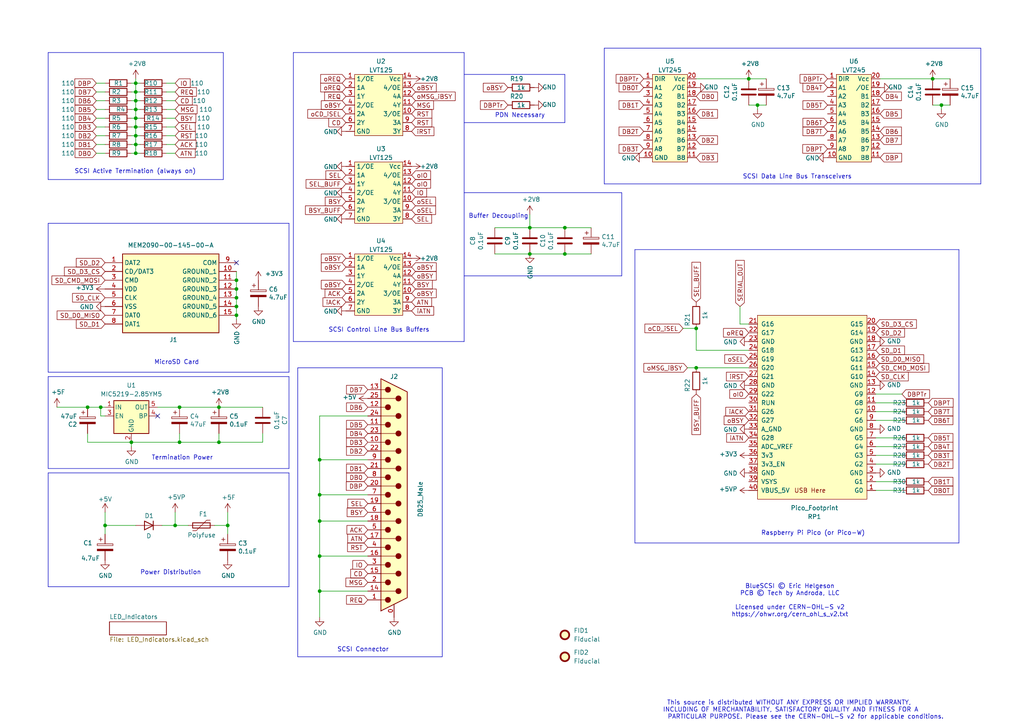
<source format=kicad_sch>
(kicad_sch (version 20250114) (generator "eeschema") (generator_version "9.0")
  (paper "A4")
  (title_block (title "Forked from BlueSCSI V2, DB25 External 2024.01a") (date "February 2026") (rev "1.1") (company "Tech by Androda, LLC") (comment 1 "Modified by fabien@acathla.tk"))
  (text "Termination Power" (at 43.942 133.604 0) (effects (font (size 1.27 1.27)) (justify left bottom)))
  (text "Raspberry Pi Pico (or Pico-W)" (at 220.726 155.448 0) (effects (font (size 1.27 1.27)) (justify left bottom)))
  (text "MicroSD Card" (at 44.704 105.918 0) (effects (font (size 1.27 1.27)) (justify left bottom)))
  (text "BlueSCSI © Eric Helgeson\nPCB © Tech by Androda, LLC\n\nLicensed under CERN-OHL-S v2\nhttps://ohwr.org/cern_ohl_s_v2.txt" (at 229.108 174.244 0) (effects (font (size 1.27 1.27))))
  (text "Power Distribution" (at 40.64 166.878 0) (effects (font (size 1.27 1.27)) (justify left bottom)))
  (text "SCSI Connector" (at 97.79 189.23 0) (effects (font (size 1.27 1.27)) (justify left bottom)))
  (text "SCSI Data Line Bus Transceivers" (at 215.392 52.07 0) (effects (font (size 1.27 1.27)) (justify left bottom)))
  (text "SCSI Control Line Bus Buffers" (at 95.25 96.52 0) (effects (font (size 1.27 1.27)) (justify left bottom)))
  (text "PDN Necessary" (at 143.51 34.29 0) (effects (font (size 1.27 1.27)) (justify left bottom)))
  (text "This source is distributed WITHOUT ANY EXPRESS OR IMPLIED WARRANTY,          \nINCLUDING OF MERCHANTABILITY, SATISFACTORY QUALITY AND FITNESS FOR A         \nPARTICULAR PURPOSE. Please see the CERN-OHL-S v2 for applicable conditions.\n\nAs per CERN-OHL-S v2 section 4, should You produce hardware based on this    \nsource, You must where practicable maintain the Source Location visible      \non the external case of the Device or other products you make using this source.  \n" (at 233.68 210.058 0) (effects (font (size 1.27 1.27))))
  (text "SCSI Active Termination (always on)" (at 21.59 50.546 0) (effects (font (size 1.27 1.27)) (justify left bottom)))
  (text "Buffer Decoupling" (at 135.89 63.5 0) (effects (font (size 1.27 1.27)) (justify left bottom)))
  (junction (at 30.48 152.4))
  (junction (at 39.37 41.91))
  (junction (at 68.58 88.9))
  (junction (at 52.07 128.27))
  (junction (at 39.37 26.67))
  (junction (at 39.37 39.37))
  (junction (at 219.71 30.48))
  (junction (at 153.67 73.66))
  (junction (at 39.37 34.29))
  (junction (at 63.5 128.27))
  (junction (at 38.1 128.27))
  (junction (at 25.4 118.11))
  (junction (at 39.37 44.45))
  (junction (at 92.71 161.29))
  (junction (at 153.67 66.04))
  (junction (at 92.71 171.45))
  (junction (at 68.58 81.28))
  (junction (at 201.93 95.25))
  (junction (at 68.58 83.82))
  (junction (at 39.37 24.13))
  (junction (at 92.71 133.35))
  (junction (at 217.17 22.86))
  (junction (at 63.5 118.11))
  (junction (at 270.51 22.86))
  (junction (at 66.04 152.4))
  (junction (at 29.21 118.11))
  (junction (at 163.83 66.04))
  (junction (at 68.58 86.36))
  (junction (at 201.93 106.68))
  (junction (at 39.37 36.83))
  (junction (at 273.05 30.48))
  (junction (at 39.37 31.75))
  (junction (at 50.8 152.4))
  (junction (at 52.07 118.11))
  (junction (at 92.71 151.13))
  (junction (at 39.37 29.21))
  (junction (at 163.83 73.66))
  (junction (at 92.71 143.51))
  (junction (at 68.58 91.44))
  (no_connect (at 68.58 76.2))
  (no_connect (at 45.72 120.65))
  (polyline (pts (xy 83.82 107.95) (xy 83.82 64.77)))
  (wire (pts (xy 199.39 106.68) (xy 201.93 106.68)))
  (wire (pts (xy 217.17 22.86) (xy 201.93 22.86)))
  (wire (pts (xy 50.8 152.4) (xy 54.61 152.4)))
  (wire (pts (xy 106.68 171.45) (xy 92.71 171.45)))
  (wire (pts (xy 45.72 118.11) (xy 52.07 118.11)))
  (wire (pts (xy 76.2 128.27) (xy 76.2 125.73)))
  (wire (pts (xy 39.37 29.21) (xy 39.37 31.75)))
  (wire (pts (xy 68.58 88.9) (xy 68.58 91.44)))
  (wire (pts (xy 163.83 66.04) (xy 171.45 66.04)))
  (wire (pts (xy 92.71 133.35) (xy 92.71 143.51)))
  (wire (pts (xy 38.1 129.54) (xy 38.1 128.27)))
  (wire (pts (xy 273.05 30.48) (xy 273.05 31.75)))
  (wire (pts (xy 38.1 41.91) (xy 39.37 41.91)))
  (wire (pts (xy 39.37 34.29) (xy 40.64 34.29)))
  (wire (pts (xy 39.37 44.45) (xy 40.64 44.45)))
  (wire (pts (xy 92.71 151.13) (xy 92.71 161.29)))
  (wire (pts (xy 48.26 36.83) (xy 50.8 36.83)))
  (wire (pts (xy 270.51 30.48) (xy 273.05 30.48)))
  (wire (pts (xy 30.48 152.4) (xy 39.37 152.4)))
  (wire (pts (xy 217.17 30.48) (xy 219.71 30.48)))
  (polyline (pts (xy 184.15 72.39) (xy 278.13 72.39)))
  (polyline (pts (xy 13.97 137.16) (xy 83.82 137.16)))
  (wire (pts (xy 25.4 118.11) (xy 29.21 118.11)))
  (wire (pts (xy 153.67 73.66) (xy 163.83 73.66)))
  (wire (pts (xy 143.51 66.04) (xy 153.67 66.04)))
  (wire (pts (xy 38.1 44.45) (xy 39.37 44.45)))
  (wire (pts (xy 92.71 143.51) (xy 92.71 151.13)))
  (wire (pts (xy 48.26 29.21) (xy 50.8 29.21)))
  (wire (pts (xy 39.37 29.21) (xy 40.64 29.21)))
  (wire (pts (xy 63.5 128.27) (xy 76.2 128.27)))
  (wire (pts (xy 254 129.54) (xy 261.62 129.54)))
  (wire (pts (xy 52.07 125.73) (xy 52.07 128.27)))
  (wire (pts (xy 254 139.7) (xy 261.62 139.7)))
  (wire (pts (xy 39.37 22.86) (xy 39.37 24.13)))
  (wire (pts (xy 254 121.92) (xy 261.62 121.92)))
  (polyline (pts (xy 175.26 13.97) (xy 175.26 53.34)))
  (wire (pts (xy 68.58 83.82) (xy 68.58 86.36)))
  (wire (pts (xy 39.37 31.75) (xy 38.1 31.75)))
  (wire (pts (xy 38.1 39.37) (xy 39.37 39.37)))
  (polyline (pts (xy 128.27 190.5) (xy 86.36 190.5)))
  (wire (pts (xy 38.1 128.27) (xy 52.07 128.27)))
  (wire (pts (xy 38.1 26.67) (xy 39.37 26.67)))
  (wire (pts (xy 39.37 31.75) (xy 39.37 34.29)))
  (wire (pts (xy 92.71 171.45) (xy 92.71 179.07)))
  (wire (pts (xy 39.37 31.75) (xy 40.64 31.75)))
  (polyline (pts (xy 13.97 109.22) (xy 83.82 109.22)))
  (polyline (pts (xy 64.77 52.07) (xy 64.77 15.24)))
  (wire (pts (xy 30.48 41.91) (xy 27.94 41.91)))
  (wire (pts (xy 27.94 34.29) (xy 30.48 34.29)))
  (wire (pts (xy 254 132.08) (xy 261.62 132.08)))
  (polyline (pts (xy 134.62 99.06) (xy 85.09 99.06)))
  (wire (pts (xy 39.37 24.13) (xy 40.64 24.13)))
  (polyline (pts (xy 175.26 13.97) (xy 284.48 13.97)))
  (wire (pts (xy 217.17 101.6) (xy 201.93 101.6)))
  (wire (pts (xy 217.17 22.86) (xy 222.25 22.86)))
  (wire (pts (xy 63.5 125.73) (xy 63.5 128.27)))
  (wire (pts (xy 39.37 39.37) (xy 39.37 41.91)))
  (wire (pts (xy 198.12 95.25) (xy 201.93 95.25)))
  (wire (pts (xy 30.48 26.67) (xy 27.94 26.67)))
  (wire (pts (xy 106.68 161.29) (xy 92.71 161.29)))
  (wire (pts (xy 38.1 36.83) (xy 39.37 36.83)))
  (polyline (pts (xy 184.15 157.48) (xy 278.13 157.48)))
  (wire (pts (xy 25.4 128.27) (xy 38.1 128.27)))
  (wire (pts (xy 63.5 118.11) (xy 76.2 118.11)))
  (wire (pts (xy 219.71 30.48) (xy 219.71 31.75)))
  (wire (pts (xy 46.99 152.4) (xy 50.8 152.4)))
  (wire (pts (xy 201.93 101.6) (xy 201.93 95.25)))
  (wire (pts (xy 66.04 152.4) (xy 66.04 154.94)))
  (wire (pts (xy 68.58 91.44) (xy 68.58 92.71)))
  (wire (pts (xy 50.8 24.13) (xy 48.26 24.13)))
  (wire (pts (xy 48.26 39.37) (xy 50.8 39.37)))
  (polyline (pts (xy 83.82 135.89) (xy 83.82 109.22)))
  (wire (pts (xy 27.94 44.45) (xy 30.48 44.45)))
  (wire (pts (xy 201.93 106.68) (xy 217.17 106.68)))
  (wire (pts (xy 30.48 148.59) (xy 30.48 152.4)))
  (wire (pts (xy 39.37 24.13) (xy 39.37 26.67)))
  (wire (pts (xy 39.37 26.67) (xy 39.37 29.21)))
  (wire (pts (xy 52.07 128.27) (xy 63.5 128.27)))
  (polyline (pts (xy 85.09 15.24) (xy 85.09 99.06)))
  (wire (pts (xy 66.04 148.59) (xy 66.04 152.4)))
  (polyline (pts (xy 134.62 15.24) (xy 134.62 99.06)))
  (wire (pts (xy 106.68 120.65) (xy 92.71 120.65)))
  (polyline (pts (xy 134.62 21.59) (xy 163.83 21.59)))
  (wire (pts (xy 39.37 26.67) (xy 40.64 26.67)))
  (polyline (pts (xy 13.97 52.07) (xy 64.77 52.07)))
  (polyline (pts (xy 86.36 106.68) (xy 128.27 106.68)))
  (polyline (pts (xy 163.83 35.56) (xy 163.83 21.59)))
  (wire (pts (xy 30.48 120.65) (xy 29.21 120.65)))
  (wire (pts (xy 106.68 151.13) (xy 92.71 151.13)))
  (wire (pts (xy 214.63 88.9) (xy 214.63 93.98)))
  (polyline (pts (xy 134.62 35.56) (xy 163.83 35.56)))
  (wire (pts (xy 38.1 24.13) (xy 39.37 24.13)))
  (polyline (pts (xy 86.36 106.68) (xy 86.36 190.5)))
  (wire (pts (xy 106.68 143.51) (xy 92.71 143.51)))
  (wire (pts (xy 52.07 118.11) (xy 63.5 118.11)))
  (polyline (pts (xy 278.13 157.48) (xy 278.13 72.39)))
  (wire (pts (xy 50.8 31.75) (xy 48.26 31.75)))
  (wire (pts (xy 27.94 36.83) (xy 30.48 36.83)))
  (wire (pts (xy 153.67 66.04) (xy 163.83 66.04)))
  (wire (pts (xy 29.21 118.11) (xy 30.48 118.11)))
  (wire (pts (xy 50.8 148.59) (xy 50.8 152.4)))
  (wire (pts (xy 106.68 133.35) (xy 92.71 133.35)))
  (wire (pts (xy 254 127) (xy 261.62 127)))
  (wire (pts (xy 38.1 29.21) (xy 39.37 29.21)))
  (wire (pts (xy 25.4 125.73) (xy 25.4 128.27)))
  (polyline (pts (xy 284.48 53.34) (xy 284.48 13.97)))
  (wire (pts (xy 219.71 30.48) (xy 222.25 30.48)))
  (polyline (pts (xy 184.15 72.39) (xy 184.15 157.48)))
  (polyline (pts (xy 13.97 15.24) (xy 13.97 52.07)))
  (polyline (pts (xy 175.26 53.34) (xy 284.48 53.34)))
  (wire (pts (xy 39.37 39.37) (xy 40.64 39.37)))
  (wire (pts (xy 153.67 62.23) (xy 153.67 66.04)))
  (wire (pts (xy 39.37 41.91) (xy 40.64 41.91)))
  (polyline (pts (xy 13.97 109.22) (xy 13.97 135.89)))
  (polyline (pts (xy 13.97 170.18) (xy 83.82 170.18)))
  (wire (pts (xy 254 134.62) (xy 261.62 134.62)))
  (polyline (pts (xy 13.97 15.24) (xy 64.77 15.24)))
  (polyline (pts (xy 13.97 135.89) (xy 83.82 135.89)))
  (wire (pts (xy 92.71 161.29) (xy 92.71 171.45)))
  (polyline (pts (xy 83.82 137.16) (xy 83.82 170.18)))
  (wire (pts (xy 92.71 120.65) (xy 92.71 133.35)))
  (wire (pts (xy 30.48 31.75) (xy 27.94 31.75)))
  (wire (pts (xy 50.8 34.29) (xy 48.26 34.29)))
  (wire (pts (xy 48.26 26.67) (xy 50.8 26.67)))
  (wire (pts (xy 254 114.3) (xy 261.62 114.3)))
  (wire (pts (xy 30.48 39.37) (xy 27.94 39.37)))
  (wire (pts (xy 39.37 36.83) (xy 39.37 39.37)))
  (wire (pts (xy 254 119.38) (xy 261.62 119.38)))
  (wire (pts (xy 254 142.24) (xy 261.62 142.24)))
  (wire (pts (xy 30.48 24.13) (xy 27.94 24.13)))
  (wire (pts (xy 163.83 73.66) (xy 171.45 73.66)))
  (wire (pts (xy 29.21 120.65) (xy 29.21 118.11)))
  (wire (pts (xy 62.23 152.4) (xy 66.04 152.4)))
  (wire (pts (xy 39.37 36.83) (xy 40.64 36.83)))
  (wire (pts (xy 39.37 41.91) (xy 39.37 44.45)))
  (wire (pts (xy 48.26 44.45) (xy 50.8 44.45)))
  (wire (pts (xy 50.8 41.91) (xy 48.26 41.91)))
  (wire (pts (xy 214.63 93.98) (xy 217.17 93.98)))
  (wire (pts (xy 254 116.84) (xy 261.62 116.84)))
  (polyline (pts (xy 85.09 15.24) (xy 134.62 15.24)))
  (wire (pts (xy 68.58 81.28) (xy 68.58 83.82)))
  (wire (pts (xy 273.05 30.48) (xy 275.59 30.48)))
  (polyline (pts (xy 13.97 64.77) (xy 83.82 64.77)))
  (wire (pts (xy 270.51 22.86) (xy 275.59 22.86)))
  (wire (pts (xy 38.1 34.29) (xy 39.37 34.29)))
  (polyline (pts (xy 13.97 170.18) (xy 13.97 137.16)))
  (wire (pts (xy 16.51 118.11) (xy 25.4 118.11)))
  (polyline (pts (xy 128.27 106.68) (xy 128.27 190.5)))
  (polyline (pts (xy 134.62 80.01) (xy 180.34 80.01)))
  (wire (pts (xy 143.51 73.66) (xy 153.67 73.66)))
  (wire (pts (xy 30.48 154.94) (xy 30.48 152.4)))
  (polyline (pts (xy 134.62 55.88) (xy 180.34 55.88)))
  (wire (pts (xy 27.94 29.21) (xy 30.48 29.21)))
  (polyline (pts (xy 13.97 107.95) (xy 83.82 107.95)))
  (wire (pts (xy 39.37 34.29) (xy 39.37 36.83)))
  (polyline (pts (xy 180.34 80.01) (xy 180.34 55.88)))
  (polyline (pts (xy 13.97 64.77) (xy 13.97 107.95)))
  (wire (pts (xy 270.51 22.86) (xy 255.27 22.86)))
  (wire (pts (xy 68.58 78.74) (xy 68.58 81.28)))
  (wire (pts (xy 68.58 86.36) (xy 68.58 88.9)))
  (global_label "RST" (shape input) (at 50.8 39.37 0) (property "Intersheetrefs" "${INTERSHEET_REFS}" (effects (hide yes))))
  (global_label "MSG" (shape input) (at 119.38 30.48 0) (property "Intersheetrefs" "${INTERSHEET_REFS}" (effects (hide yes))))
  (global_label "DB2" (shape input) (at 106.68 130.81 180) (property "Intersheetrefs" "${INTERSHEET_REFS}" (effects (hide yes))))
  (global_label "SEL" (shape input) (at 50.8 36.83 0) (property "Intersheetrefs" "${INTERSHEET_REFS}" (effects (hide yes))))
  (global_label "SD_D1" (shape input) (at 30.48 93.98 180) (property "Intersheetrefs" "${INTERSHEET_REFS}" (effects (hide yes))))
  (global_label "oBSY" (shape input) (at 119.38 25.4 0) (property "Intersheetrefs" "${INTERSHEET_REFS}" (effects (hide yes))))
  (global_label "DB1" (shape input) (at 27.94 41.91 180) (property "Intersheetrefs" "${INTERSHEET_REFS}" (effects (hide yes))))
  (global_label "SD_CLK" (shape input) (at 30.48 86.36 180) (property "Intersheetrefs" "${INTERSHEET_REFS}" (effects (hide yes))))
  (global_label "ATN" (shape input) (at 106.68 156.21 180) (property "Intersheetrefs" "${INTERSHEET_REFS}" (effects (hide yes))))
  (global_label "DB1" (shape input) (at 106.68 135.89 180) (property "Intersheetrefs" "${INTERSHEET_REFS}" (effects (hide yes))))
  (global_label "oIO" (shape input) (at 119.38 50.8 0) (property "Intersheetrefs" "${INTERSHEET_REFS}" (effects (hide yes))))
  (global_label "DB1" (shape input) (at 201.93 33.02 0) (property "Intersheetrefs" "${INTERSHEET_REFS}" (effects (hide yes))))
  (global_label "DB1T" (shape input) (at 269.24 139.7 0) (property "Intersheetrefs" "${INTERSHEET_REFS}" (effects (hide yes))))
  (global_label "DB2T" (shape input) (at 186.69 38.1 180) (property "Intersheetrefs" "${INTERSHEET_REFS}" (effects (hide yes))))
  (global_label "oIO" (shape input) (at 119.38 53.34 0) (property "Intersheetrefs" "${INTERSHEET_REFS}" (effects (hide yes))))
  (global_label "DBP" (shape input) (at 106.68 140.97 180) (property "Intersheetrefs" "${INTERSHEET_REFS}" (effects (hide yes))))
  (global_label "REQ" (shape input) (at 100.33 27.94 180) (property "Intersheetrefs" "${INTERSHEET_REFS}" (effects (hide yes))))
  (global_label "oIO" (shape input) (at 217.17 114.3 180) (property "Intersheetrefs" "${INTERSHEET_REFS}" (effects (hide yes))))
  (global_label "RST" (shape input) (at 106.68 158.75 180) (property "Intersheetrefs" "${INTERSHEET_REFS}" (effects (hide yes))))
  (global_label "DB7T" (shape input) (at 240.03 38.1 180) (property "Intersheetrefs" "${INTERSHEET_REFS}" (effects (hide yes))))
  (global_label "oBSY" (shape input) (at 119.38 80.01 0) (property "Intersheetrefs" "${INTERSHEET_REFS}" (effects (hide yes))))
  (global_label "DBPTr" (shape input) (at 147.32 30.48 180) (property "Intersheetrefs" "${INTERSHEET_REFS}" (effects (hide yes))))
  (global_label "DB0" (shape input) (at 106.68 138.43 180) (property "Intersheetrefs" "${INTERSHEET_REFS}" (effects (hide yes))))
  (global_label "SEL_BUFF" (shape input) (at 201.93 87.63 90) (property "Intersheetrefs" "${INTERSHEET_REFS}" (effects (hide yes))))
  (global_label "oMSG_iBSY" (shape input) (at 119.38 27.94 0) (property "Intersheetrefs" "${INTERSHEET_REFS}" (effects (hide yes))))
  (global_label "BSY" (shape input) (at 119.38 82.55 0) (property "Intersheetrefs" "${INTERSHEET_REFS}" (effects (hide yes))))
  (global_label "SEL" (shape input) (at 106.68 146.05 180) (property "Intersheetrefs" "${INTERSHEET_REFS}" (effects (hide yes))))
  (global_label "oCD_iSEL" (shape input) (at 100.33 33.02 180) (property "Intersheetrefs" "${INTERSHEET_REFS}" (effects (hide yes))))
  (global_label "ACK" (shape input) (at 100.33 85.09 180) (property "Intersheetrefs" "${INTERSHEET_REFS}" (effects (hide yes))))
  (global_label "DB0" (shape input) (at 27.94 44.45 180) (property "Intersheetrefs" "${INTERSHEET_REFS}" (effects (hide yes))))
  (global_label "oREQ" (shape input) (at 100.33 22.86 180) (property "Intersheetrefs" "${INTERSHEET_REFS}" (effects (hide yes))))
  (global_label "DB6" (shape input) (at 106.68 118.11 180) (property "Intersheetrefs" "${INTERSHEET_REFS}" (effects (hide yes))))
  (global_label "iRST" (shape input) (at 119.38 38.1 0) (property "Intersheetrefs" "${INTERSHEET_REFS}" (effects (hide yes))))
  (global_label "DB3" (shape input) (at 27.94 36.83 180) (property "Intersheetrefs" "${INTERSHEET_REFS}" (effects (hide yes))))
  (global_label "REQ" (shape input) (at 106.68 173.99 180) (property "Intersheetrefs" "${INTERSHEET_REFS}" (effects (hide yes))))
  (global_label "SEL" (shape input) (at 119.38 63.5 0) (property "Intersheetrefs" "${INTERSHEET_REFS}" (effects (hide yes))))
  (global_label "DB4" (shape input) (at 255.27 27.94 0) (property "Intersheetrefs" "${INTERSHEET_REFS}" (effects (hide yes))))
  (global_label "DBP" (shape input) (at 27.94 24.13 180) (property "Intersheetrefs" "${INTERSHEET_REFS}" (effects (hide yes))))
  (global_label "RST" (shape input) (at 119.38 35.56 0) (property "Intersheetrefs" "${INTERSHEET_REFS}" (effects (hide yes))))
  (global_label "oBSY" (shape input) (at 100.33 82.55 180) (property "Intersheetrefs" "${INTERSHEET_REFS}" (effects (hide yes))))
  (global_label "oBSY" (shape input) (at 100.33 74.93 180) (property "Intersheetrefs" "${INTERSHEET_REFS}" (effects (hide yes))))
  (global_label "DBPTr" (shape input) (at 186.69 22.86 180) (property "Intersheetrefs" "${INTERSHEET_REFS}" (effects (hide yes))))
  (global_label "oBSY" (shape input) (at 119.38 77.47 0) (property "Intersheetrefs" "${INTERSHEET_REFS}" (effects (hide yes))))
  (global_label "oBSY" (shape input) (at 100.33 77.47 180) (property "Intersheetrefs" "${INTERSHEET_REFS}" (effects (hide yes))))
  (global_label "IO" (shape input) (at 50.8 24.13 0) (property "Intersheetrefs" "${INTERSHEET_REFS}" (effects (hide yes))))
  (global_label "DB7T" (shape input) (at 269.24 119.38 0) (property "Intersheetrefs" "${INTERSHEET_REFS}" (effects (hide yes))))
  (global_label "SERIAL_OUT" (shape input) (at 214.63 88.9 90) (property "Intersheetrefs" "${INTERSHEET_REFS}" (effects (hide yes))))
  (global_label "RST" (shape input) (at 119.38 33.02 0) (property "Intersheetrefs" "${INTERSHEET_REFS}" (effects (hide yes))))
  (global_label "MSG" (shape input) (at 50.8 31.75 0) (property "Intersheetrefs" "${INTERSHEET_REFS}" (effects (hide yes))))
  (global_label "DB7" (shape input) (at 27.94 26.67 180) (property "Intersheetrefs" "${INTERSHEET_REFS}" (effects (hide yes))))
  (global_label "SD_D0_MISO" (shape input) (at 254 104.14 0) (property "Intersheetrefs" "${INTERSHEET_REFS}" (effects (hide yes))))
  (global_label "DB5T" (shape input) (at 240.03 30.48 180) (property "Intersheetrefs" "${INTERSHEET_REFS}" (effects (hide yes))))
  (global_label "DB5" (shape input) (at 255.27 33.02 0) (property "Intersheetrefs" "${INTERSHEET_REFS}" (effects (hide yes))))
  (global_label "oREQ" (shape input) (at 100.33 25.4 180) (property "Intersheetrefs" "${INTERSHEET_REFS}" (effects (hide yes))))
  (global_label "DB2" (shape input) (at 201.93 40.64 0) (property "Intersheetrefs" "${INTERSHEET_REFS}" (effects (hide yes))))
  (global_label "DB5" (shape input) (at 27.94 31.75 180) (property "Intersheetrefs" "${INTERSHEET_REFS}" (effects (hide yes))))
  (global_label "SD_D3_CS" (shape input) (at 254 93.98 0) (property "Intersheetrefs" "${INTERSHEET_REFS}" (effects (hide yes))))
  (global_label "oMSG_iBSY" (shape input) (at 199.39 106.68 180) (property "Intersheetrefs" "${INTERSHEET_REFS}" (effects (hide yes))))
  (global_label "BSY" (shape input) (at 100.33 58.42 180) (property "Intersheetrefs" "${INTERSHEET_REFS}" (effects (hide yes))))
  (global_label "SD_CMD_MOSI" (shape input) (at 30.48 81.28 180) (property "Intersheetrefs" "${INTERSHEET_REFS}" (effects (hide yes))))
  (global_label "DB3" (shape input) (at 201.93 45.72 0) (property "Intersheetrefs" "${INTERSHEET_REFS}" (effects (hide yes))))
  (global_label "DB0T" (shape input) (at 186.69 25.4 180) (property "Intersheetrefs" "${INTERSHEET_REFS}" (effects (hide yes))))
  (global_label "DBPTr" (shape input) (at 261.62 114.3 0) (property "Intersheetrefs" "${INTERSHEET_REFS}" (effects (hide yes))))
  (global_label "BSY" (shape input) (at 50.8 34.29 0) (property "Intersheetrefs" "${INTERSHEET_REFS}" (effects (hide yes))))
  (global_label "SD_CMD_MOSI" (shape input) (at 254 106.68 0) (property "Intersheetrefs" "${INTERSHEET_REFS}" (effects (hide yes))))
  (global_label "iRST" (shape input) (at 217.17 109.22 180) (property "Intersheetrefs" "${INTERSHEET_REFS}" (effects (hide yes))))
  (global_label "SEL_BUFF" (shape input) (at 100.33 53.34 180) (property "Intersheetrefs" "${INTERSHEET_REFS}" (effects (hide yes))))
  (global_label "oSEL" (shape input) (at 119.38 60.96 0) (property "Intersheetrefs" "${INTERSHEET_REFS}" (effects (hide yes))))
  (global_label "DB6T" (shape input) (at 269.24 121.92 0) (property "Intersheetrefs" "${INTERSHEET_REFS}" (effects (hide yes))))
  (global_label "DB6T" (shape input) (at 240.03 35.56 180) (property "Intersheetrefs" "${INTERSHEET_REFS}" (effects (hide yes))))
  (global_label "iACK" (shape input) (at 100.33 87.63 180) (property "Intersheetrefs" "${INTERSHEET_REFS}" (effects (hide yes))))
  (global_label "iATN" (shape input) (at 217.17 127 180) (property "Intersheetrefs" "${INTERSHEET_REFS}" (effects (hide yes))))
  (global_label "CD" (shape input) (at 100.33 35.56 180) (property "Intersheetrefs" "${INTERSHEET_REFS}" (effects (hide yes))))
  (global_label "SD_D1" (shape input) (at 254 101.6 0) (property "Intersheetrefs" "${INTERSHEET_REFS}" (effects (hide yes))))
  (global_label "oSEL" (shape input) (at 217.17 104.14 180) (property "Intersheetrefs" "${INTERSHEET_REFS}" (effects (hide yes))))
  (global_label "CD" (shape input) (at 50.8 29.21 0) (property "Intersheetrefs" "${INTERSHEET_REFS}" (effects (hide yes))))
  (global_label "ACK" (shape input) (at 50.8 41.91 0) (property "Intersheetrefs" "${INTERSHEET_REFS}" (effects (hide yes))))
  (global_label "DB4" (shape input) (at 27.94 34.29 180) (property "Intersheetrefs" "${INTERSHEET_REFS}" (effects (hide yes))))
  (global_label "DB5T" (shape input) (at 269.24 127 0) (property "Intersheetrefs" "${INTERSHEET_REFS}" (effects (hide yes))))
  (global_label "SD_D0_MISO" (shape input) (at 30.48 91.44 180) (property "Intersheetrefs" "${INTERSHEET_REFS}" (effects (hide yes))))
  (global_label "DBPT" (shape input) (at 240.03 43.18 180) (property "Intersheetrefs" "${INTERSHEET_REFS}" (effects (hide yes))))
  (global_label "SD_D2" (shape input) (at 254 96.52 0) (property "Intersheetrefs" "${INTERSHEET_REFS}" (effects (hide yes))))
  (global_label "SD_CLK" (shape input) (at 254 109.22 0) (property "Intersheetrefs" "${INTERSHEET_REFS}" (effects (hide yes))))
  (global_label "DB2T" (shape input) (at 269.24 134.62 0) (property "Intersheetrefs" "${INTERSHEET_REFS}" (effects (hide yes))))
  (global_label "oCD_iSEL" (shape input) (at 198.12 95.25 180) (property "Intersheetrefs" "${INTERSHEET_REFS}" (effects (hide yes))))
  (global_label "REQ" (shape input) (at 50.8 26.67 0) (property "Intersheetrefs" "${INTERSHEET_REFS}" (effects (hide yes))))
  (global_label "SD_D3_CS" (shape input) (at 30.48 78.74 180) (property "Intersheetrefs" "${INTERSHEET_REFS}" (effects (hide yes))))
  (global_label "CD" (shape input) (at 106.68 166.37 180) (property "Intersheetrefs" "${INTERSHEET_REFS}" (effects (hide yes))))
  (global_label "DB5" (shape input) (at 106.68 123.19 180) (property "Intersheetrefs" "${INTERSHEET_REFS}" (effects (hide yes))))
  (global_label "DB4" (shape input) (at 106.68 125.73 180) (property "Intersheetrefs" "${INTERSHEET_REFS}" (effects (hide yes))))
  (global_label "oBSY" (shape input) (at 217.17 121.92 180) (property "Intersheetrefs" "${INTERSHEET_REFS}" (effects (hide yes))))
  (global_label "DB0" (shape input) (at 201.93 27.94 0) (property "Intersheetrefs" "${INTERSHEET_REFS}" (effects (hide yes))))
  (global_label "BSY_BUFF" (shape input) (at 100.33 60.96 180) (property "Intersheetrefs" "${INTERSHEET_REFS}" (effects (hide yes))))
  (global_label "oBSY" (shape input) (at 119.38 85.09 0) (property "Intersheetrefs" "${INTERSHEET_REFS}" (effects (hide yes))))
  (global_label "DB3T" (shape input) (at 269.24 132.08 0) (property "Intersheetrefs" "${INTERSHEET_REFS}" (effects (hide yes))))
  (global_label "DB1T" (shape input) (at 186.69 30.48 180) (property "Intersheetrefs" "${INTERSHEET_REFS}" (effects (hide yes))))
  (global_label "oBSY" (shape input) (at 147.32 25.4 180) (property "Intersheetrefs" "${INTERSHEET_REFS}" (effects (hide yes))))
  (global_label "DB6" (shape input) (at 255.27 38.1 0) (property "Intersheetrefs" "${INTERSHEET_REFS}" (effects (hide yes))))
  (global_label "SEL" (shape input) (at 100.33 50.8 180) (property "Intersheetrefs" "${INTERSHEET_REFS}" (effects (hide yes))))
  (global_label "iATN" (shape input) (at 119.38 90.17 0) (property "Intersheetrefs" "${INTERSHEET_REFS}" (effects (hide yes))))
  (global_label "DBPT" (shape input) (at 269.24 116.84 0) (property "Intersheetrefs" "${INTERSHEET_REFS}" (effects (hide yes))))
  (global_label "oREQ" (shape input) (at 217.17 96.52 180) (property "Intersheetrefs" "${INTERSHEET_REFS}" (effects (hide yes))))
  (global_label "DB6" (shape input) (at 27.94 29.21 180) (property "Intersheetrefs" "${INTERSHEET_REFS}" (effects (hide yes))))
  (global_label "DB4T" (shape input) (at 269.24 129.54 0) (property "Intersheetrefs" "${INTERSHEET_REFS}" (effects (hide yes))))
  (global_label "BSY_BUFF" (shape input) (at 201.93 114.3 270) (property "Intersheetrefs" "${INTERSHEET_REFS}" (effects (hide yes))))
  (global_label "DB3" (shape input) (at 106.68 128.27 180) (property "Intersheetrefs" "${INTERSHEET_REFS}" (effects (hide yes))))
  (global_label "DB3T" (shape input) (at 186.69 43.18 180) (property "Intersheetrefs" "${INTERSHEET_REFS}" (effects (hide yes))))
  (global_label "MSG" (shape input) (at 106.68 168.91 180) (property "Intersheetrefs" "${INTERSHEET_REFS}" (effects (hide yes))))
  (global_label "oBSY" (shape input) (at 100.33 30.48 180) (property "Intersheetrefs" "${INTERSHEET_REFS}" (effects (hide yes))))
  (global_label "DB2" (shape input) (at 27.94 39.37 180) (property "Intersheetrefs" "${INTERSHEET_REFS}" (effects (hide yes))))
  (global_label "DB7" (shape input) (at 106.68 113.03 180) (property "Intersheetrefs" "${INTERSHEET_REFS}" (effects (hide yes))))
  (global_label "DB7" (shape input) (at 255.27 40.64 0) (property "Intersheetrefs" "${INTERSHEET_REFS}" (effects (hide yes))))
  (global_label "SD_D2" (shape input) (at 30.48 76.2 180) (property "Intersheetrefs" "${INTERSHEET_REFS}" (effects (hide yes))))
  (global_label "BSY" (shape input) (at 106.68 148.59 180) (property "Intersheetrefs" "${INTERSHEET_REFS}" (effects (hide yes))))
  (global_label "DBPTr" (shape input) (at 240.03 22.86 180) (property "Intersheetrefs" "${INTERSHEET_REFS}" (effects (hide yes))))
  (global_label "DB4T" (shape input) (at 240.03 25.4 180) (property "Intersheetrefs" "${INTERSHEET_REFS}" (effects (hide yes))))
  (global_label "IO" (shape input) (at 106.68 163.83 180) (property "Intersheetrefs" "${INTERSHEET_REFS}" (effects (hide yes))))
  (global_label "ACK" (shape input) (at 106.68 153.67 180) (property "Intersheetrefs" "${INTERSHEET_REFS}" (effects (hide yes))))
  (global_label "iACK" (shape input) (at 217.17 119.38 180) (property "Intersheetrefs" "${INTERSHEET_REFS}" (effects (hide yes))))
  (global_label "oSEL" (shape input) (at 119.38 58.42 0) (property "Intersheetrefs" "${INTERSHEET_REFS}" (effects (hide yes))))
  (global_label "IO" (shape input) (at 119.38 55.88 0) (property "Intersheetrefs" "${INTERSHEET_REFS}" (effects (hide yes))))
  (global_label "DB0T" (shape input) (at 269.24 142.24 0) (property "Intersheetrefs" "${INTERSHEET_REFS}" (effects (hide yes))))
  (global_label "ATN" (shape input) (at 119.38 87.63 0) (property "Intersheetrefs" "${INTERSHEET_REFS}" (effects (hide yes))))
  (global_label "DBP" (shape input) (at 255.27 45.72 0) (property "Intersheetrefs" "${INTERSHEET_REFS}" (effects (hide yes))))
  (global_label "ATN" (shape input) (at 50.8 44.45 0) (property "Intersheetrefs" "${INTERSHEET_REFS}" (effects (hide yes))))
  (symbol (lib_id "power:GND") (at 38.1 129.54 0) (unit 1)
    (property "Reference" "#PWR09" (effects (hide yes)))
    (property "Value" "GND" (at 38.227 133.9342 0))
  )
  (symbol (lib_id "power:+2V8") (at 63.5 118.11 0) (unit 1)
    (property "Reference" "#PWR014" (effects (hide yes)))
    (property "Value" "+2V8" (at 63.881 113.7158 0))
  )
  (symbol (lib_id "Device:CP") (at 52.07 121.92 0) (unit 1)
    (property "Reference" "C4" (at 55.0672 120.7516 0) (effects (justify left)))
    (property "Value" "47uF" (at 55.0672 123.063 0) (effects (justify left)))
    (property "Footprint" "Capacitor_SMD:C_1206_3216Metric_Pad1.33x1.80mm_HandSolder" (effects (hide yes)))
  )
  (symbol (lib_id "Device:CP") (at 25.4 121.92 0) (unit 1)
    (property "Reference" "C2" (at 22.4028 123.0884 0) (effects (justify right)))
    (property "Value" "47uF" (at 22.4028 120.777 0) (effects (justify right)))
    (property "Footprint" "Capacitor_SMD:C_1206_3216Metric_Pad1.33x1.80mm_HandSolder" (effects (hide yes)))
  )
  (symbol (lib_id "custom_symbols:+5V_TPWR") (at 30.48 148.59 0) (unit 1)
    (property "Reference" "#PWR04" (effects (hide yes)))
    (property "Value" "+5V" (at 30.48 144.78 0))
  )
  (symbol (lib_id "power:+3V3") (at 217.17 132.08 90) (unit 1)
    (property "Reference" "#PWR040" (effects (hide yes)))
    (property "Value" "+3V3" (at 213.9188 131.699 90) (effects (justify left)))
  )
  (symbol (lib_id "power:+5VP") (at 217.17 142.24 90) (unit 1)
    (property "Reference" "#PWR042" (effects (hide yes)))
    (property "Value" "+5VP" (at 213.9188 141.859 90) (effects (justify left)))
  )
  (symbol (lib_id "power:+5F") (at 16.51 118.11 0) (unit 1)
    (property "Reference" "#PWR01" (effects (hide yes)))
    (property "Value" "+5F" (at 16.891 113.7158 0))
  )
  (symbol (lib_id "power:+5VP") (at 50.8 148.59 0) (unit 1)
    (property "Reference" "#PWR07" (effects (hide yes)))
    (property "Value" "+5VP" (at 51.181 144.1958 0))
  )
  (symbol (lib_id "custom_symbols:BlackSCSI") (at 236.22 146.05 180) (unit 1)
    (property "Reference" "RP1" (at 236.22 149.86 0))
    (property "Value" "Pico_Footprint" (at 236.22 147.32 0))
    (property "Footprint" "CustomFootprints:BluePillModule" (effects (hide yes)))
  )
  (symbol (lib_id "power:GND") (at 217.17 124.46 270) (unit 1)
    (property "Reference" "#PWR039" (effects (hide yes)))
    (property "Value" "GND" (at 213.9188 124.587 90) (effects (justify right)))
  )
  (symbol (lib_id "Device:CP") (at 63.5 121.92 0) (unit 1)
    (property "Reference" "C5" (at 66.4972 120.7516 0) (effects (justify left)))
    (property "Value" "0.1uF" (at 66.4972 123.063 0) (effects (justify left)))
    (property "Footprint" "Capacitor_SMD:C_0805_2012Metric_Pad1.18x1.45mm_HandSolder" (effects (hide yes)))
  )
  (symbol (lib_id "power:GND") (at 66.04 162.56 0) (unit 1)
    (property "Reference" "#PWR012" (effects (hide yes)))
    (property "Value" "GND" (at 66.167 166.9542 0))
  )
  (symbol (lib_id "Device:CP") (at 66.04 158.75 0) (unit 1)
    (property "Reference" "C3" (at 69.0372 157.5816 0) (effects (justify left)))
    (property "Value" "0.1uF" (at 69.0372 159.893 0) (effects (justify left)))
    (property "Footprint" "Capacitor_SMD:C_0805_2012Metric_Pad1.18x1.45mm_HandSolder" (effects (hide yes)))
  )
  (symbol (lib_id "Device:D") (at 43.18 152.4 180) (unit 1)
    (property "Reference" "D1" (at 41.91 149.606 0) (effects (justify right)))
    (property "Value" "D" (at 42.418 155.448 0) (effects (justify right)))
    (property "Footprint" "Diode_SMD:D_SMA_Handsoldering" (effects (hide yes)))
  )
  (symbol (lib_id "power:GND") (at 30.48 162.56 0) (unit 1)
    (property "Reference" "#PWR02" (effects (hide yes)))
    (property "Value" "GND" (at 30.607 166.9542 0))
  )
  (symbol (lib_id "Device:CP") (at 30.48 158.75 0) (unit 1)
    (property "Reference" "C1" (at 24.13 157.48 0) (effects (justify left)))
    (property "Value" "4.7uF" (at 23.495 161.925 0) (effects (justify left)))
    (property "Footprint" "Capacitor_SMD:C_0805_2012Metric_Pad1.18x1.45mm_HandSolder" (effects (hide yes)))
  )
  (symbol (lib_id "power:+3V3") (at 74.93 81.28 0) (unit 1)
    (property "Reference" "#PWR017" (effects (hide yes)))
    (property "Value" "+3V3" (at 76.835 79.375 0) (effects (justify left)))
  )
  (symbol (lib_id "power:GND") (at 74.93 88.9 0) (unit 1)
    (property "Reference" "#PWR018" (effects (hide yes)))
    (property "Value" "GND" (at 75.057 93.2942 0))
  )
  (symbol (lib_id "Device:CP") (at 74.93 85.09 0) (unit 1)
    (property "Reference" "C6" (at 77.9272 83.9216 0) (effects (justify left)))
    (property "Value" "4.7uF" (at 77.9272 86.233 0) (effects (justify left)))
    (property "Footprint" "Capacitor_SMD:C_0805_2012Metric_Pad1.18x1.45mm_HandSolder" (effects (hide yes)))
  )
  (symbol (lib_id "power:GND") (at 92.71 179.07 0) (unit 1)
    (property "Reference" "#PWR019" (effects (hide yes)))
    (property "Value" "GND" (at 92.837 183.4642 0))
  )
  (symbol (lib_id "New_Library:LVT245") (at 247.65 19.05 0) (unit 1)
    (property "Reference" "U6" (at 247.65 17.78 0))
    (property "Value" "LVT245" (at 247.65 20.32 0))
    (property "Footprint" "Package_SO:TSSOP-20_4.4x6.5mm_P0.65mm" (effects (hide yes)))
  )
  (symbol (lib_id "power:GND") (at 273.05 31.75 0) (unit 1)
    (property "Reference" "#PWR051" (effects (hide yes)))
    (property "Value" "GND" (at 273.177 36.1442 0))
  )
  (symbol (lib_id "power:+3V3") (at 30.48 83.82 90) (unit 1)
    (property "Reference" "#PWR05" (effects (hide yes)))
    (property "Value" "+3V3" (at 27.2288 83.439 90) (effects (justify left)))
  )
  (symbol (lib_id "power:GND") (at 154.94 25.4 90) (unit 1)
    (property "Reference" "#PWR032" (effects (hide yes)))
    (property "Value" "GND" (at 159.3342 25.273 90))
  )
  (symbol (lib_id "power:GND") (at 217.17 99.06 270) (unit 1)
    (property "Reference" "#PWR037" (effects (hide yes)))
    (property "Value" "GND" (at 213.9188 99.187 90) (effects (justify right)))
  )
  (symbol (lib_id "power:GND") (at 30.48 88.9 270) (unit 1)
    (property "Reference" "#PWR06" (effects (hide yes)))
    (property "Value" "GND" (at 27.2288 89.027 90) (effects (justify right)))
  )
  (symbol (lib_id "power:GND") (at 100.33 63.5 270) (unit 1)
    (property "Reference" "#PWR023" (effects (hide yes)))
    (property "Value" "GND" (at 95.9358 63.627 90))
  )
  (symbol (lib_id "power:GND") (at 114.3 179.07 0) (unit 1)
    (property "Reference" "#PWR026" (effects (hide yes)))
    (property "Value" "GND" (at 114.427 183.4642 0))
  )
  (symbol (lib_id "Device:R") (at 34.29 41.91 270) (unit 1)
    (property "Reference" "R8" (at 32.385 41.91 90) (effects (justify left)))
    (property "Value" "110" (at 17.78 41.91 90) (effects (justify left)))
    (property "Footprint" "Resistor_SMD:R_0805_2012Metric_Pad1.20x1.40mm_HandSolder" (effects (hide yes)))
  )
  (symbol (lib_id "power:GND") (at 254 99.06 90) (unit 1)
    (property "Reference" "#PWR045" (effects (hide yes)))
    (property "Value" "GND" (at 257.2512 98.933 90) (effects (justify right)))
  )
  (symbol (lib_id "Device:R") (at 34.29 26.67 270) (unit 1)
    (property "Reference" "R2" (at 32.385 26.67 90) (effects (justify left)))
    (property "Value" "110" (at 17.78 26.67 90) (effects (justify left)))
    (property "Footprint" "Resistor_SMD:R_0805_2012Metric_Pad1.20x1.40mm_HandSolder" (effects (hide yes)))
  )
  (symbol (lib_id "Device:R") (at 265.43 121.92 90) (unit 1)
    (property "Reference" "R25" (at 260.858 121.92 90))
    (property "Value" "1k" (at 265.684 121.92 90))
    (property "Footprint" "Resistor_SMD:R_0805_2012Metric_Pad1.20x1.40mm_HandSolder" (effects (hide yes)))
  )
  (symbol (lib_id "Device:R") (at 44.45 26.67 90) (unit 1)
    (property "Reference" "R11" (at 45.72 26.67 90) (effects (justify left)))
    (property "Value" "110" (at 60.96 26.67 90) (effects (justify left)))
    (property "Footprint" "Resistor_SMD:R_0805_2012Metric_Pad1.20x1.40mm_HandSolder" (effects (hide yes)))
  )
  (symbol (lib_id "Mechanical:Fiducial") (at 163.83 184.15 0) (unit 1) (in_bom no)
    (property "Reference" "FID1" (at 166.37 182.8799 0) (effects (justify left)))
    (property "Value" "Fiducial" (at 166.37 185.4199 0) (effects (justify left)))
    (property "Footprint" "Fiducial:Fiducial_0.5mm_Mask1.5mm" (effects (hide yes)))
    (property "Description" "Fiducial Marker" (effects (hide yes)))
  )
  (symbol (lib_id "Device:C") (at 76.2 121.92 0) (unit 1)
    (property "Reference" "C7" (at 82.6008 121.92 90))
    (property "Value" "0.1uF" (at 80.2894 121.92 90))
    (property "Footprint" "Capacitor_SMD:C_0805_2012Metric_Pad1.18x1.45mm_HandSolder" (effects (hide yes)))
  )
  (symbol (lib_id "Device:CP") (at 275.59 26.67 0) (unit 1)
    (property "Reference" "C15" (at 278.5872 25.5016 0) (effects (justify left)))
    (property "Value" "4.7uF" (at 278.5872 27.813 0) (effects (justify left)))
    (property "Footprint" "Capacitor_SMD:C_0805_2012Metric_Pad1.18x1.45mm_HandSolder" (effects (hide yes)))
  )
  (symbol (lib_id "power:GND") (at 255.27 25.4 90) (unit 1)
    (property "Reference" "#PWR049" (effects (hide yes)))
    (property "Value" "GND" (at 259.6642 25.273 90))
  )
  (symbol (lib_id "Device:R") (at 201.93 110.49 180) (unit 1)
    (property "Reference" "R22" (at 199.39 111.76 90))
    (property "Value" "1k" (at 204.47 110.49 90))
    (property "Footprint" "Resistor_SMD:R_0805_2012Metric_Pad1.20x1.40mm_HandSolder" (effects (hide yes)))
  )
  (symbol (lib_id "power:GND") (at 217.17 137.16 270) (unit 1)
    (property "Reference" "#PWR041" (effects (hide yes)))
    (property "Value" "GND" (at 213.9188 137.287 90) (effects (justify right)))
  )
  (symbol (lib_id "power:+2V8") (at 153.67 62.23 0) (unit 1)
    (property "Reference" "#PWR030" (effects (hide yes)))
    (property "Value" "+2V8" (at 154.051 57.8358 0))
  )
  (symbol (lib_id "Device:R") (at 265.43 119.38 90) (unit 1)
    (property "Reference" "R24" (at 260.858 119.38 90))
    (property "Value" "1k" (at 265.684 119.38 90))
    (property "Footprint" "Resistor_SMD:R_0805_2012Metric_Pad1.20x1.40mm_HandSolder" (effects (hide yes)))
  )
  (symbol (lib_id "Device:R") (at 265.43 142.24 90) (unit 1)
    (property "Reference" "R31" (at 260.858 142.24 90))
    (property "Value" "1k" (at 265.684 142.24 90))
    (property "Footprint" "Resistor_SMD:R_0805_2012Metric_Pad1.20x1.40mm_HandSolder" (effects (hide yes)))
  )
  (symbol (lib_id "Device:CP") (at 171.45 69.85 0) (unit 1)
    (property "Reference" "C11" (at 174.4472 68.6816 0) (effects (justify left)))
    (property "Value" "4.7uF" (at 174.4472 70.993 0) (effects (justify left)))
    (property "Footprint" "Capacitor_SMD:C_0805_2012Metric_Pad1.18x1.45mm_HandSolder" (effects (hide yes)))
  )
  (symbol (lib_id "Device:R") (at 44.45 24.13 90) (unit 1)
    (property "Reference" "R10" (at 45.72 24.13 90) (effects (justify left)))
    (property "Value" "110" (at 59.055 24.13 90) (effects (justify left)))
    (property "Footprint" "Resistor_SMD:R_0805_2012Metric_Pad1.20x1.40mm_HandSolder" (effects (hide yes)))
  )
  (symbol (lib_id "power:GND") (at 100.33 48.26 270) (unit 1)
    (property "Reference" "#PWR021" (effects (hide yes)))
    (property "Value" "GND" (at 95.9358 48.387 90))
  )
  (symbol (lib_id "Regulator_Linear:MIC5219-2.85YM5") (at 38.1 120.65 0) (unit 1)
    (property "Reference" "U1" (at 38.1 111.76 0))
    (property "Value" "MIC5219-2.85YM5" (at 38.1 114.3 0))
    (property "Footprint" "Package_TO_SOT_SMD:SOT-23-5" (effects (hide yes)))
    (property "Datasheet" "http://ww1.microchip.com/downloads/en/DeviceDoc/MIC5219-500mA-Peak-Output-LDO-Regulator-DS20006021A.pdf" (effects (hide yes)))
    (property "Description" "500mA low dropout linear regulator, fixed 2.85V output, SOT-23-5" (effects (hide yes)))
  )
  (symbol (lib_id "power:GND") (at 219.71 31.75 0) (unit 1)
    (property "Reference" "#PWR043" (effects (hide yes)))
    (property "Value" "GND" (at 219.837 36.1442 0))
  )
  (symbol (lib_id "Device:R") (at 44.45 34.29 90) (unit 1)
    (property "Reference" "R14" (at 46.355 34.29 90) (effects (justify left)))
    (property "Value" "110" (at 60.96 34.29 90) (effects (justify left)))
    (property "Footprint" "Resistor_SMD:R_0805_2012Metric_Pad1.20x1.40mm_HandSolder" (effects (hide yes)))
  )
  (symbol (lib_id "Device:R") (at 151.13 30.48 90) (unit 1)
    (property "Reference" "R20" (at 149.86 27.94 90))
    (property "Value" "1k" (at 151.13 30.48 90))
    (property "Footprint" "Resistor_SMD:R_0805_2012Metric_Pad1.20x1.40mm_HandSolder" (effects (hide yes)))
  )
  (symbol (lib_id "Device:R") (at 44.45 44.45 90) (mirror x) (unit 1)
    (property "Reference" "R18" (at 45.72 44.45 90) (effects (justify left)))
    (property "Value" "110" (at 60.325 44.45 90) (effects (justify left)))
    (property "Footprint" "Resistor_SMD:R_0805_2012Metric_Pad1.20x1.40mm_HandSolder" (effects (hide yes)))
  )
  (symbol (lib_id "Device:R") (at 44.45 41.91 90) (mirror x) (unit 1)
    (property "Reference" "R17" (at 45.72 41.91 90) (effects (justify left)))
    (property "Value" "110" (at 60.325 41.91 90) (effects (justify left)))
    (property "Footprint" "Resistor_SMD:R_0805_2012Metric_Pad1.20x1.40mm_HandSolder" (effects (hide yes)))
  )
  (symbol (lib_id "power:+2V8") (at 119.38 74.93 270) (unit 1)
    (property "Reference" "#PWR029" (effects (hide yes)))
    (property "Value" "+2V8" (at 124.46 74.93 90))
  )
  (symbol (lib_id "Device:R") (at 265.43 139.7 90) (unit 1)
    (property "Reference" "R30" (at 260.858 139.7 90))
    (property "Value" "1k" (at 265.684 139.7 90))
    (property "Footprint" "Resistor_SMD:R_0805_2012Metric_Pad1.20x1.40mm_HandSolder" (effects (hide yes)))
  )
  (symbol (lib_id "Device:R") (at 34.29 34.29 270) (unit 1)
    (property "Reference" "R5" (at 32.385 34.29 90) (effects (justify left)))
    (property "Value" "110" (at 17.78 34.29 90) (effects (justify left)))
    (property "Footprint" "Resistor_SMD:R_0805_2012Metric_Pad1.20x1.40mm_HandSolder" (effects (hide yes)))
  )
  (symbol (lib_id "power:GND") (at 154.94 30.48 90) (unit 1)
    (property "Reference" "#PWR033" (effects (hide yes)))
    (property "Value" "GND" (at 159.3342 30.353 90))
  )
  (symbol (lib_id "Device:R") (at 44.45 36.83 90) (mirror x) (unit 1)
    (property "Reference" "R15" (at 45.72 36.83 90) (effects (justify left)))
    (property "Value" "110" (at 60.96 36.83 90) (effects (justify left)))
    (property "Footprint" "Resistor_SMD:R_0805_2012Metric_Pad1.20x1.40mm_HandSolder" (effects (hide yes)))
  )
  (symbol (lib_id "power:GND") (at 254 124.46 90) (unit 1)
    (property "Reference" "#PWR047" (effects (hide yes)))
    (property "Value" "GND" (at 257.2512 124.333 90) (effects (justify right)))
  )
  (symbol (lib_id "Device:R") (at 34.29 36.83 270) (unit 1)
    (property "Reference" "R6" (at 32.385 36.83 90) (effects (justify left)))
    (property "Value" "110" (at 17.78 36.83 90) (effects (justify left)))
    (property "Footprint" "Resistor_SMD:R_0805_2012Metric_Pad1.20x1.40mm_HandSolder" (effects (hide yes)))
  )
  (symbol (lib_id "Device:R") (at 44.45 39.37 90) (mirror x) (unit 1)
    (property "Reference" "R16" (at 45.72 39.37 90) (effects (justify left)))
    (property "Value" "110" (at 60.325 39.37 90) (effects (justify left)))
    (property "Footprint" "Resistor_SMD:R_0805_2012Metric_Pad1.20x1.40mm_HandSolder" (effects (hide yes)))
  )
  (symbol (lib_id "Device:R") (at 265.43 129.54 90) (unit 1)
    (property "Reference" "R27" (at 260.858 129.54 90))
    (property "Value" "1k" (at 265.684 129.54 90))
    (property "Footprint" "Resistor_SMD:R_0805_2012Metric_Pad1.20x1.40mm_HandSolder" (effects (hide yes)))
  )
  (symbol (lib_id "power:+5F") (at 66.04 148.59 0) (unit 1)
    (property "Reference" "#PWR011" (effects (hide yes)))
    (property "Value" "+5F" (at 64.262 144.272 0) (effects (justify left)))
  )
  (symbol (lib_id "Device:R") (at 265.43 134.62 90) (unit 1)
    (property "Reference" "R29" (at 260.858 134.62 90))
    (property "Value" "1k" (at 265.684 134.62 90))
    (property "Footprint" "Resistor_SMD:R_0805_2012Metric_Pad1.20x1.40mm_HandSolder" (effects (hide yes)))
  )
  (symbol (lib_id "power:GND") (at 100.33 55.88 270) (unit 1)
    (property "Reference" "#PWR022" (effects (hide yes)))
    (property "Value" "GND" (at 95.9358 56.007 90))
  )
  (symbol (lib_id "power:GND") (at 153.67 73.66 0) (unit 1)
    (property "Reference" "#PWR031" (effects (hide yes)))
    (property "Value" "GND" (at 153.797 76.9112 90) (effects (justify right)))
  )
  (symbol (lib_id "New_Library:LVT125") (at 110.49 45.72 0) (unit 1)
    (property "Reference" "U3" (at 110.49 43.18 0))
    (property "Value" "LVT125" (at 110.49 45.72 0))
    (property "Footprint" "Package_SO:TSSOP-14_4.4x5mm_P0.65mm" (effects (hide yes)))
  )
  (symbol (lib_id "Device:R") (at 34.29 44.45 270) (unit 1)
    (property "Reference" "R9" (at 32.385 44.45 90) (effects (justify left)))
    (property "Value" "110" (at 17.78 44.45 90) (effects (justify left)))
    (property "Footprint" "Resistor_SMD:R_0805_2012Metric_Pad1.20x1.40mm_HandSolder" (effects (hide yes)))
  )
  (symbol (lib_id "power:GND") (at 100.33 38.1 270) (unit 1)
    (property "Reference" "#PWR020" (effects (hide yes)))
    (property "Value" "GND" (at 95.9358 38.227 90))
  )
  (symbol (lib_id "Device:C") (at 143.51 69.85 180) (unit 1)
    (property "Reference" "C8" (at 137.1092 69.85 90))
    (property "Value" "0.1uF" (at 139.4206 69.85 90))
    (property "Footprint" "Capacitor_SMD:C_0805_2012Metric_Pad1.18x1.45mm_HandSolder" (effects (hide yes)))
  )
  (symbol (lib_id "Device:R") (at 34.29 39.37 270) (unit 1)
    (property "Reference" "R7" (at 32.385 39.37 90) (effects (justify left)))
    (property "Value" "110" (at 17.78 39.37 90) (effects (justify left)))
    (property "Footprint" "Resistor_SMD:R_0805_2012Metric_Pad1.20x1.40mm_HandSolder" (effects (hide yes)))
  )
  (symbol (lib_id "power:+2V8") (at 270.51 22.86 0) (unit 1)
    (property "Reference" "#PWR050" (effects (hide yes)))
    (property "Value" "+2V8" (at 270.891 18.4658 0))
  )
  (symbol (lib_id "Device:R") (at 265.43 132.08 90) (unit 1)
    (property "Reference" "R28" (at 260.858 132.08 90))
    (property "Value" "1k" (at 265.684 132.08 90))
    (property "Footprint" "Resistor_SMD:R_0805_2012Metric_Pad1.20x1.40mm_HandSolder" (effects (hide yes)))
  )
  (symbol (lib_id "Device:R") (at 151.13 25.4 90) (unit 1)
    (property "Reference" "R19" (at 149.86 22.86 90))
    (property "Value" "1k" (at 151.13 25.4 90))
    (property "Footprint" "Resistor_SMD:R_0805_2012Metric_Pad1.20x1.40mm_HandSolder" (effects (hide yes)))
  )
  (symbol (lib_id "power:GND") (at 186.69 45.72 270) (unit 1)
    (property "Reference" "#PWR034" (effects (hide yes)))
    (property "Value" "GND" (at 182.2958 45.847 90))
  )
  (symbol (lib_id "power:+2V8") (at 39.37 22.86 0) (unit 1)
    (property "Reference" "#PWR010" (effects (hide yes)))
    (property "Value" "+2V8" (at 39.751 18.4658 0))
  )
  (symbol (lib_id "power:GND") (at 201.93 25.4 90) (unit 1)
    (property "Reference" "#PWR035" (effects (hide yes)))
    (property "Value" "GND" (at 206.3242 25.273 90))
  )
  (symbol (lib_id "Device:R") (at 265.43 127 90) (unit 1)
    (property "Reference" "R26" (at 260.858 127 90))
    (property "Value" "1k" (at 265.684 127 90))
    (property "Footprint" "Resistor_SMD:R_0805_2012Metric_Pad1.20x1.40mm_HandSolder" (effects (hide yes)))
  )
  (symbol (lib_id "power:GND") (at 254 137.16 90) (unit 1)
    (property "Reference" "#PWR048" (effects (hide yes)))
    (property "Value" "GND" (at 257.2512 137.033 90) (effects (justify right)))
  )
  (symbol (lib_id "Device:R") (at 44.45 31.75 90) (unit 1)
    (property "Reference" "R13" (at 45.72 31.75 90) (effects (justify left)))
    (property "Value" "110" (at 61.595 31.75 90) (effects (justify left)))
    (property "Footprint" "Resistor_SMD:R_0805_2012Metric_Pad1.20x1.40mm_HandSolder" (effects (hide yes)))
  )
  (symbol (lib_id "Device:R") (at 201.93 91.44 180) (unit 1)
    (property "Reference" "R21" (at 199.39 92.71 90))
    (property "Value" "1k" (at 204.47 91.44 90))
    (property "Footprint" "Resistor_SMD:R_0805_2012Metric_Pad1.20x1.40mm_HandSolder" (effects (hide yes)))
  )
  (symbol (lib_id "power:GND") (at 217.17 111.76 270) (unit 1)
    (property "Reference" "#PWR038" (effects (hide yes)))
    (property "Value" "GND" (at 213.9188 111.887 90) (effects (justify right)))
  )
  (symbol (lib_id "Device:C") (at 153.67 69.85 180) (unit 1)
    (property "Reference" "C9" (at 147.2692 69.85 90))
    (property "Value" "0.1uF" (at 149.5806 69.85 90))
    (property "Footprint" "Capacitor_SMD:C_0805_2012Metric_Pad1.18x1.45mm_HandSolder" (effects (hide yes)))
  )
  (symbol (lib_id "custom_symbols:+5V_TPWR") (at 106.68 115.57 90) (unit 1)
    (property "Reference" "#PWR025" (effects (hide yes)))
    (property "Value" "+5V" (at 103.4288 115.189 90) (effects (justify left)))
  )
  (symbol (lib_id "Device:C") (at 163.83 69.85 180) (unit 1)
    (property "Reference" "C10" (at 157.4292 69.85 90))
    (property "Value" "0.1uF" (at 159.7406 69.85 90))
    (property "Footprint" "Capacitor_SMD:C_0805_2012Metric_Pad1.18x1.45mm_HandSolder" (effects (hide yes)))
  )
  (symbol (lib_id "New_Library:LVT125") (at 110.49 72.39 0) (unit 1)
    (property "Reference" "U4" (at 110.49 69.85 0))
    (property "Value" "LVT125" (at 110.49 72.39 0))
    (property "Footprint" "Package_SO:TSSOP-14_4.4x5mm_P0.65mm" (effects (hide yes)))
  )
  (symbol (lib_id "Device:Polyfuse") (at 58.42 152.4 270) (unit 1)
    (property "Reference" "F1" (at 57.658 149.098 90) (effects (justify left)))
    (property "Value" "Polyfuse" (at 54.356 155.194 90) (effects (justify left)))
    (property "Footprint" "Fuse:Fuse_0805_2012Metric_Pad1.15x1.40mm_HandSolder" (effects (hide yes)))
  )
  (symbol (lib_id "Device:R") (at 34.29 29.21 270) (unit 1)
    (property "Reference" "R3" (at 32.385 29.21 90) (effects (justify left)))
    (property "Value" "110" (at 17.78 29.21 90) (effects (justify left)))
    (property "Footprint" "Resistor_SMD:R_0805_2012Metric_Pad1.20x1.40mm_HandSolder" (effects (hide yes)))
  )
  (symbol (lib_id "power:GND") (at 100.33 90.17 270) (unit 1)
    (property "Reference" "#PWR024" (effects (hide yes)))
    (property "Value" "GND" (at 95.9358 90.297 90))
  )
  (symbol (lib_id "Device:C") (at 217.17 26.67 0) (unit 1)
    (property "Reference" "C12" (at 210.7692 26.67 90))
    (property "Value" "0.1uF" (at 213.0806 26.67 90))
    (property "Footprint" "Capacitor_SMD:C_0805_2012Metric_Pad1.18x1.45mm_HandSolder" (effects (hide yes)))
  )
  (symbol (lib_id "Device:CP") (at 222.25 26.67 0) (unit 1)
    (property "Reference" "C13" (at 225.2472 25.5016 0) (effects (justify left)))
    (property "Value" "4.7uF" (at 225.2472 27.813 0) (effects (justify left)))
    (property "Footprint" "Capacitor_SMD:C_0805_2012Metric_Pad1.18x1.45mm_HandSolder" (effects (hide yes)))
  )
  (symbol (lib_id "Connector:DB25_Male_MountingHoles") (at 114.3 143.51 0) (unit 1)
    (property "Reference" "J2" (at 114.3 109.22 0))
    (property "Value" "DB25_Male" (at 121.92 144.78 90))
    (property "Footprint" "Library:DSUB-25_Male_Horizontal_middle_mount" (effects (hide yes)))
  )
  (symbol (lib_id "power:+2V8") (at 217.17 22.86 0) (unit 1)
    (property "Reference" "#PWR036" (effects (hide yes)))
    (property "Value" "+2V8" (at 217.551 18.4658 0))
  )
  (symbol (lib_id "New_Library:LVT125") (at 110.49 20.32 0) (unit 1)
    (property "Reference" "U2" (at 110.49 17.78 0))
    (property "Value" "LVT125" (at 110.49 20.32 0))
    (property "Footprint" "Package_SO:TSSOP-14_4.4x5mm_P0.65mm" (effects (hide yes)))
  )
  (symbol (lib_id "power:+2V8") (at 119.38 22.86 270) (unit 1)
    (property "Reference" "#PWR027" (effects (hide yes)))
    (property "Value" "+2V8" (at 124.46 22.86 90))
  )
  (symbol (lib_id "Device:C") (at 270.51 26.67 0) (unit 1)
    (property "Reference" "C14" (at 264.1092 26.67 90))
    (property "Value" "0.1uF" (at 266.4206 26.67 90))
    (property "Footprint" "Capacitor_SMD:C_0805_2012Metric_Pad1.18x1.45mm_HandSolder" (effects (hide yes)))
  )
  (symbol (lib_id "Device:R") (at 34.29 31.75 270) (unit 1)
    (property "Reference" "R4" (at 33.655 31.75 90) (effects (justify left)))
    (property "Value" "110" (at 17.78 31.75 90) (effects (justify left)))
    (property "Footprint" "Resistor_SMD:R_0805_2012Metric_Pad1.20x1.40mm_HandSolder" (effects (hide yes)))
  )
  (symbol (lib_id "power:+2V8") (at 119.38 48.26 270) (unit 1)
    (property "Reference" "#PWR028" (effects (hide yes)))
    (property "Value" "+2V8" (at 124.46 48.26 90))
  )
  (symbol (lib_id "Device:R") (at 34.29 24.13 270) (unit 1)
    (property "Reference" "R1" (at 33.02 24.13 90) (effects (justify left)))
    (property "Value" "110" (at 17.78 24.13 90) (effects (justify left)))
    (property "Footprint" "Resistor_SMD:R_0805_2012Metric_Pad1.20x1.40mm_HandSolder" (effects (hide yes)))
  )
  (symbol (lib_id "MEM2090-00-145-00-A:MEM2090-00-145-00-A") (at 30.48 76.2 0) (unit 1)
    (property "Reference" "J1" (at 50.292 98.552 0))
    (property "Value" "MEM2090-00-145-00-A" (at 49.53 71.12 0))
    (property "Footprint" "Library:MEM20900014500A" (effects (hide yes)))
    (property "Datasheet" "https://www.mouser.at/datasheet/2/837/mem2090-3435332.pdf" (effects (hide yes)))
    (property "Description" "Memory Card Connectors Micro SD Push-Push, Normaly Open, SMT, 1.45mm Profile, No Peg" (effects (hide yes)))
    (property "Height" "1.6" (effects (hide yes)))
    (property "Manufacturer_Name" "GCT (GLOBAL CONNECTOR TECHNOLOGY)" (effects (hide yes)))
    (property "Manufacturer_Part_Number" "MEM2090-00-145-00-A" (effects (hide yes)))
    (property "Mouser Part Number" "640-MEM20900014500A" (effects (hide yes)))
    (property "Mouser Price/Stock" "https://www.mouser.co.uk/ProductDetail/GCT/MEM2090-00-145-00-A?qs=jRuttqqUwMR0RI4XLNZI4Q%3D%3D" (effects (hide yes)))
  )
  (symbol (lib_id "Device:R") (at 265.43 116.84 90) (unit 1)
    (property "Reference" "R23" (at 260.858 116.84 90))
    (property "Value" "1k" (at 265.684 116.84 90))
    (property "Footprint" "Resistor_SMD:R_0805_2012Metric_Pad1.20x1.40mm_HandSolder" (effects (hide yes)))
  )
  (symbol (lib_id "New_Library:LVT245") (at 194.31 19.05 0) (unit 1)
    (property "Reference" "U5" (at 194.31 17.78 0))
    (property "Value" "LVT245" (at 194.31 20.32 0))
    (property "Footprint" "Package_SO:TSSOP-20_4.4x6.5mm_P0.65mm" (effects (hide yes)))
  )
  (symbol (lib_id "power:GND") (at 254 111.76 90) (unit 1)
    (property "Reference" "#PWR046" (effects (hide yes)))
    (property "Value" "GND" (at 257.2512 111.633 90) (effects (justify right)))
  )
  (symbol (lib_id "power:GND") (at 68.58 92.71 0) (unit 1)
    (property "Reference" "#PWR016" (effects (hide yes)))
    (property "Value" "GND" (at 68.707 95.9612 90) (effects (justify right)))
  )
  (symbol (lib_id "power:GND") (at 240.03 45.72 270) (unit 1)
    (property "Reference" "#PWR044" (effects (hide yes)))
    (property "Value" "GND" (at 235.6358 45.847 90))
  )
  (symbol (lib_id "Mechanical:Fiducial") (at 163.83 190.5 0) (unit 1) (in_bom no)
    (property "Reference" "FID2" (at 166.37 189.2299 0) (effects (justify left)))
    (property "Value" "Fiducial" (at 166.37 191.7699 0) (effects (justify left)))
    (property "Footprint" "Fiducial:Fiducial_0.5mm_Mask1.5mm" (effects (hide yes)))
    (property "Description" "Fiducial Marker" (effects (hide yes)))
  )
  (symbol (lib_id "Device:R") (at 44.45 29.21 90) (unit 1)
    (property "Reference" "R12" (at 45.72 29.21 90) (effects (justify left)))
    (property "Value" "110" (at 59.69 29.21 90) (effects (justify left)))
    (property "Footprint" "Resistor_SMD:R_0805_2012Metric_Pad1.20x1.40mm_HandSolder" (effects (hide yes)))
  )
  (sheet (at 31.75 180.34) (size 16.51 3.81) (stroke (width 0.1524))
    (property "Sheetname" "LED_Indicators" (at 31.75 179.6284 0) (effects (justify left bottom)))
    (property "Sheetfile" "LED_Indicators.kicad_sch" (at 31.75 184.7346 0) (effects (justify left top)))
  )
)
</source>
